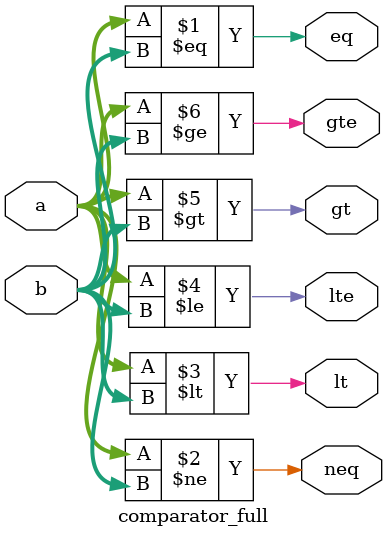
<source format=sv>
module comparator_full
		#(parameter N=8)
		(input  logic [N-1:0] a, b,
		output logic eq, neq, lt, lte, gt, gte);
	 
    assign eq   = (a == b);
    assign neq  = (a != b);
    assign lt   = (a < b);
    assign lte  = (a <= b);
    assign gt   = (a > b);
    assign gte  = (a >= b);
endmodule

</source>
